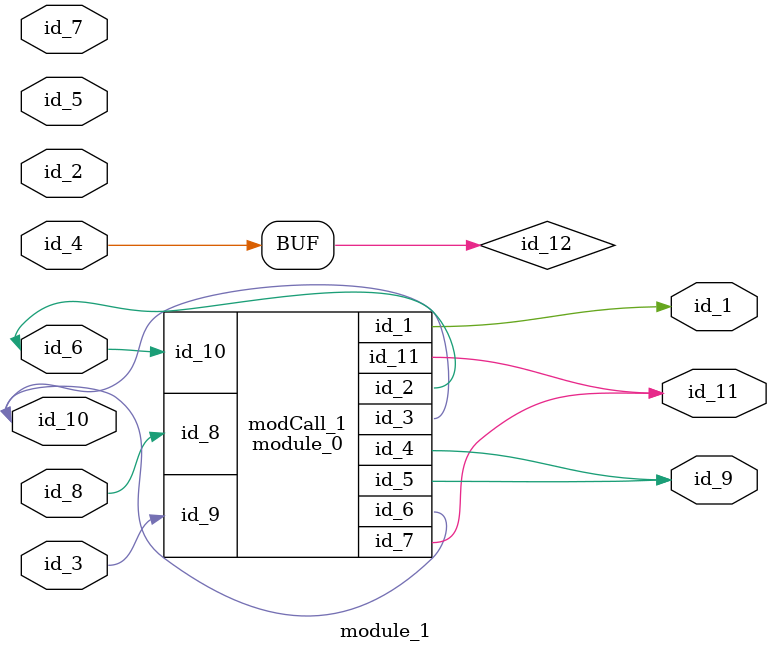
<source format=v>
module module_0 (
    id_1,
    id_2,
    id_3,
    id_4,
    id_5,
    id_6,
    id_7,
    id_8,
    id_9,
    id_10,
    id_11
);
  output wire id_11;
  input wire id_10;
  input wire id_9;
  input wire id_8;
  output wire id_7;
  inout wire id_6;
  output wire id_5;
  output wire id_4;
  inout wire id_3;
  inout wire id_2;
  output wire id_1;
  wire id_12;
endmodule
module module_1 (
    id_1,
    id_2,
    id_3,
    id_4,
    id_5,
    id_6,
    id_7,
    id_8,
    id_9,
    id_10,
    id_11
);
  output wire id_11;
  inout wire id_10;
  output wire id_9;
  inout wire id_8;
  input wire id_7;
  inout wire id_6;
  inout wire id_5;
  input wire id_4;
  input wire id_3;
  module_0 modCall_1 (
      id_1,
      id_6,
      id_10,
      id_9,
      id_9,
      id_10,
      id_11,
      id_8,
      id_3,
      id_6,
      id_11
  );
  input wire id_2;
  output wire id_1;
  wire id_12 = id_4;
endmodule

</source>
